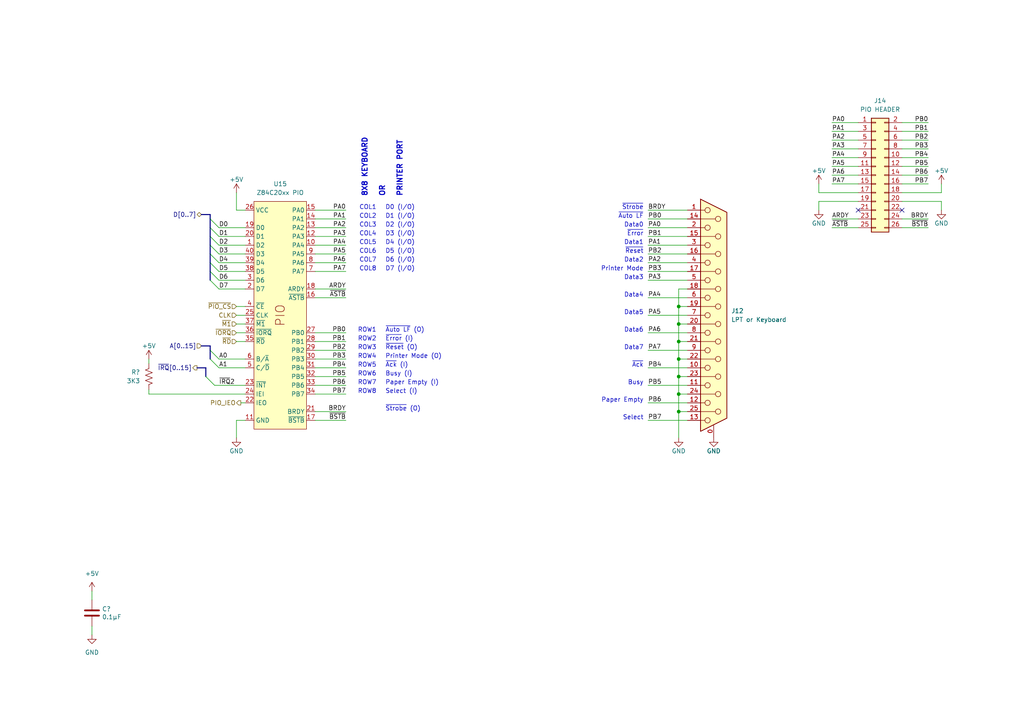
<source format=kicad_sch>
(kicad_sch (version 20230121) (generator eeschema)
  (paper "A4")
  (lib_symbols
    (symbol "+5V_1" (power) (pin_names (offset 0))
      (property "Value" "+5V_1" (at 0 3.556 0))
      (symbol "+5V_1_0_1"
        (polyline (pts (xy -0.762 1.27) (xy 0 2.54)))
        (polyline (pts (xy 0 0) (xy 0 2.54)))
        (polyline (pts (xy 0 2.54) (xy 0.762 1.27)))
      )
      (symbol "+5V_1_1_1"
        (pin power_in line (at 0 0 90) (length 0) hide (name "+5V") (number "1"))
      )
    )
    (symbol "0_Library:Z84C20xx PIO"
      (property "Reference" "U" (at -7.62 1.27 0))
      (property "Value" "Z84C20xx PIO" (at 1.27 1.27 0))
      (symbol "Z84C20xx PIO_0_0"
        (text "PIO" (at 0 -33.02 900) (effects (font (size 2.54 2.54))))
      )
      (symbol "Z84C20xx PIO_0_1"
        (rectangle (start -7.62 0) (end 7.62 -66.04) (stroke (width 0.1524)) (fill (type background)))
      )
      (symbol "Z84C20xx PIO_1_1"
        (pin bidirectional line (at -10.16 -12.7 0) (length 2.54) (name "D2") (number "1"))
        (pin bidirectional line (at 10.16 -12.7 180) (length 2.54) (name "PA4") (number "10"))
        (pin power_in line (at -10.16 -63.5 0) (length 2.54) (name "GND") (number "11"))
        (pin bidirectional line (at 10.16 -10.16 180) (length 2.54) (name "PA3") (number "12"))
        (pin bidirectional line (at 10.16 -7.62 180) (length 2.54) (name "PA2") (number "13"))
        (pin bidirectional line (at 10.16 -5.08 180) (length 2.54) (name "PA1") (number "14"))
        (pin bidirectional line (at 10.16 -2.54 180) (length 2.54) (name "PA0") (number "15"))
        (pin input line (at 10.16 -27.94 180) (length 2.54) (name "~{ASTB}") (number "16"))
        (pin input line (at 10.16 -63.5 180) (length 2.54) (name "~{BSTB}") (number "17"))
        (pin output line (at 10.16 -25.4 180) (length 2.54) (name "ARDY") (number "18"))
        (pin bidirectional line (at -10.16 -7.62 0) (length 2.54) (name "D0") (number "19"))
        (pin bidirectional line (at -10.16 -25.4 0) (length 2.54) (name "D7") (number "2"))
        (pin bidirectional line (at -10.16 -10.16 0) (length 2.54) (name "D1") (number "20"))
        (pin output line (at 10.16 -60.96 180) (length 2.54) (name "BRDY") (number "21"))
        (pin output line (at -10.16 -58.42 0) (length 2.54) (name "IEO") (number "22"))
        (pin open_collector line (at -10.16 -53.34 0) (length 2.54) (name "~{INT}") (number "23"))
        (pin input line (at -10.16 -55.88 0) (length 2.54) (name "IEI") (number "24"))
        (pin input line (at -10.16 -33.02 0) (length 2.54) (name "CLK") (number "25"))
        (pin power_in line (at -10.16 -2.54 0) (length 2.54) (name "VCC") (number "26"))
        (pin bidirectional line (at 10.16 -38.1 180) (length 2.54) (name "PB0") (number "27"))
        (pin bidirectional line (at 10.16 -40.64 180) (length 2.54) (name "PB1") (number "28"))
        (pin bidirectional line (at 10.16 -43.18 180) (length 2.54) (name "PB2") (number "29"))
        (pin bidirectional line (at -10.16 -22.86 0) (length 2.54) (name "D6") (number "3"))
        (pin bidirectional line (at 10.16 -45.72 180) (length 2.54) (name "PB3") (number "30"))
        (pin bidirectional line (at 10.16 -48.26 180) (length 2.54) (name "PB4") (number "31"))
        (pin bidirectional line (at 10.16 -50.8 180) (length 2.54) (name "PB5") (number "32"))
        (pin bidirectional line (at 10.16 -53.34 180) (length 2.54) (name "PB6") (number "33"))
        (pin bidirectional line (at 10.16 -55.88 180) (length 2.54) (name "PB7") (number "34"))
        (pin input line (at -10.16 -40.64 0) (length 2.54) (name "~{RD}") (number "35"))
        (pin input line (at -10.16 -38.1 0) (length 2.54) (name "~{IORQ}") (number "36"))
        (pin input line (at -10.16 -35.56 0) (length 2.54) (name "~{M1}") (number "37"))
        (pin bidirectional line (at -10.16 -20.32 0) (length 2.54) (name "D5") (number "38"))
        (pin bidirectional line (at -10.16 -17.78 0) (length 2.54) (name "D4") (number "39"))
        (pin input line (at -10.16 -30.48 0) (length 2.54) (name "~{CE}") (number "4"))
        (pin bidirectional line (at -10.16 -15.24 0) (length 2.54) (name "D3") (number "40"))
        (pin input line (at -10.16 -48.26 0) (length 2.54) (name "C/~{D}") (number "5"))
        (pin input line (at -10.16 -45.72 0) (length 2.54) (name "B/~{A}") (number "6"))
        (pin bidirectional line (at 10.16 -20.32 180) (length 2.54) (name "PA7") (number "7"))
        (pin bidirectional line (at 10.16 -17.78 180) (length 2.54) (name "PA6") (number "8"))
        (pin bidirectional line (at 10.16 -15.24 180) (length 2.54) (name "PA5") (number "9"))
      )
    )
    (symbol "Connector:DB25_Receptacle_MountingHoles" (pin_names (offset 1.016) hide)
      (property "Reference" "J" (at 0 36.83 0))
      (property "Value" "DB25_Receptacle_MountingHoles" (at 0 34.925 0))
      (symbol "DB25_Receptacle_MountingHoles_0_1"
        (circle (center -1.778 -30.48) (radius 0.762))
        (circle (center -1.778 -25.4) (radius 0.762))
        (circle (center -1.778 -20.32) (radius 0.762))
        (circle (center -1.778 -15.24) (radius 0.762))
        (circle (center -1.778 -10.16) (radius 0.762))
        (circle (center -1.778 -5.08) (radius 0.762))
        (circle (center -1.778 0) (radius 0.762))
        (circle (center -1.778 5.08) (radius 0.762))
        (circle (center -1.778 10.16) (radius 0.762))
        (circle (center -1.778 15.24) (radius 0.762))
        (circle (center -1.778 20.32) (radius 0.762))
        (circle (center -1.778 25.4) (radius 0.762))
        (circle (center -1.778 30.48) (radius 0.762))
        (polyline (pts (xy -3.81 -30.48) (xy -2.54 -30.48)))
        (polyline (pts (xy -3.81 -27.94) (xy 0.508 -27.94)))
        (polyline (pts (xy -3.81 -25.4) (xy -2.54 -25.4)))
        (polyline (pts (xy -3.81 -22.86) (xy 0.508 -22.86)))
        (polyline (pts (xy -3.81 -20.32) (xy -2.54 -20.32)))
        (polyline (pts (xy -3.81 -17.78) (xy 0.508 -17.78)))
        (polyline (pts (xy -3.81 -15.24) (xy -2.54 -15.24)))
        (polyline (pts (xy -3.81 -12.7) (xy 0.508 -12.7)))
        (polyline (pts (xy -3.81 -10.16) (xy -2.54 -10.16)))
        (polyline (pts (xy -3.81 -7.62) (xy 0.508 -7.62)))
        (polyline (pts (xy -3.81 -5.08) (xy -2.54 -5.08)))
        (polyline (pts (xy -3.81 -2.54) (xy 0.508 -2.54)))
        (polyline (pts (xy -3.81 0) (xy -2.54 0)))
        (polyline (pts (xy -3.81 2.54) (xy 0.508 2.54)))
        (polyline (pts (xy -3.81 5.08) (xy -2.54 5.08)))
        (polyline (pts (xy -3.81 7.62) (xy 0.508 7.62)))
        (polyline (pts (xy -3.81 10.16) (xy -2.54 10.16)))
        (polyline (pts (xy -3.81 12.7) (xy 0.508 12.7)))
        (polyline (pts (xy -3.81 15.24) (xy -2.54 15.24)))
        (polyline (pts (xy -3.81 17.78) (xy 0.508 17.78)))
        (polyline (pts (xy -3.81 20.32) (xy -2.54 20.32)))
        (polyline (pts (xy -3.81 22.86) (xy 0.508 22.86)))
        (polyline (pts (xy -3.81 25.4) (xy -2.54 25.4)))
        (polyline (pts (xy -3.81 27.94) (xy 0.508 27.94)))
        (polyline (pts (xy -3.81 30.48) (xy -2.54 30.48)))
        (polyline (pts (xy -3.81 33.655) (xy 3.81 29.845) (xy 3.81 -29.845) (xy -3.81 -33.655) (xy -3.81 33.655)) (stroke (width 0.254)) (fill (type background)))
        (circle (center 1.27 -27.94) (radius 0.762))
        (circle (center 1.27 -22.86) (radius 0.762))
        (circle (center 1.27 -17.78) (radius 0.762))
        (circle (center 1.27 -12.7) (radius 0.762))
        (circle (center 1.27 -7.62) (radius 0.762))
        (circle (center 1.27 -2.54) (radius 0.762))
        (circle (center 1.27 2.54) (radius 0.762))
        (circle (center 1.27 7.62) (radius 0.762))
        (circle (center 1.27 12.7) (radius 0.762))
        (circle (center 1.27 17.78) (radius 0.762))
        (circle (center 1.27 22.86) (radius 0.762))
        (circle (center 1.27 27.94) (radius 0.762))
      )
      (symbol "DB25_Receptacle_MountingHoles_1_1"
        (pin passive line (at 0 -35.56 90) (length 3.81) (name "PAD") (number "0"))
        (pin passive line (at -7.62 30.48 0) (length 3.81) (name "1") (number "1"))
        (pin passive line (at -7.62 -15.24 0) (length 3.81) (name "10") (number "10"))
        (pin passive line (at -7.62 -20.32 0) (length 3.81) (name "11") (number "11"))
        (pin passive line (at -7.62 -25.4 0) (length 3.81) (name "12") (number "12"))
        (pin passive line (at -7.62 -30.48 0) (length 3.81) (name "13") (number "13"))
        (pin passive line (at -7.62 27.94 0) (length 3.81) (name "P14") (number "14"))
        (pin passive line (at -7.62 22.86 0) (length 3.81) (name "P15") (number "15"))
        (pin passive line (at -7.62 17.78 0) (length 3.81) (name "P16") (number "16"))
        (pin passive line (at -7.62 12.7 0) (length 3.81) (name "P17") (number "17"))
        (pin passive line (at -7.62 7.62 0) (length 3.81) (name "P18") (number "18"))
        (pin passive line (at -7.62 2.54 0) (length 3.81) (name "P19") (number "19"))
        (pin passive line (at -7.62 25.4 0) (length 3.81) (name "2") (number "2"))
        (pin passive line (at -7.62 -2.54 0) (length 3.81) (name "P20") (number "20"))
        (pin passive line (at -7.62 -7.62 0) (length 3.81) (name "P21") (number "21"))
        (pin passive line (at -7.62 -12.7 0) (length 3.81) (name "P22") (number "22"))
        (pin passive line (at -7.62 -17.78 0) (length 3.81) (name "P23") (number "23"))
        (pin passive line (at -7.62 -22.86 0) (length 3.81) (name "P24") (number "24"))
        (pin passive line (at -7.62 -27.94 0) (length 3.81) (name "P25") (number "25"))
        (pin passive line (at -7.62 20.32 0) (length 3.81) (name "3") (number "3"))
        (pin passive line (at -7.62 15.24 0) (length 3.81) (name "4") (number "4"))
        (pin passive line (at -7.62 10.16 0) (length 3.81) (name "5") (number "5"))
        (pin passive line (at -7.62 5.08 0) (length 3.81) (name "6") (number "6"))
        (pin passive line (at -7.62 0 0) (length 3.81) (name "7") (number "7"))
        (pin passive line (at -7.62 -5.08 0) (length 3.81) (name "8") (number "8"))
        (pin passive line (at -7.62 -10.16 0) (length 3.81) (name "9") (number "9"))
      )
    )
    (symbol "Connector_Generic:Conn_02x13_Odd_Even" (pin_names (offset 1.016) hide)
      (property "Reference" "J" (at 1.27 17.78 0))
      (property "Value" "Conn_02x13_Odd_Even" (at 1.27 -17.78 0))
      (symbol "Conn_02x13_Odd_Even_1_1"
        (rectangle (start -1.27 -15.113) (end 0 -15.367) (stroke (width 0.1524)))
        (rectangle (start -1.27 -12.573) (end 0 -12.827) (stroke (width 0.1524)))
        (rectangle (start -1.27 -10.033) (end 0 -10.287) (stroke (width 0.1524)))
        (rectangle (start -1.27 -7.493) (end 0 -7.747) (stroke (width 0.1524)))
        (rectangle (start -1.27 -4.953) (end 0 -5.207) (stroke (width 0.1524)))
        (rectangle (start -1.27 -2.413) (end 0 -2.667) (stroke (width 0.1524)))
        (rectangle (start -1.27 0.127) (end 0 -0.127) (stroke (width 0.1524)))
        (rectangle (start -1.27 2.667) (end 0 2.413) (stroke (width 0.1524)))
        (rectangle (start -1.27 5.207) (end 0 4.953) (stroke (width 0.1524)))
        (rectangle (start -1.27 7.747) (end 0 7.493) (stroke (width 0.1524)))
        (rectangle (start -1.27 10.287) (end 0 10.033) (stroke (width 0.1524)))
        (rectangle (start -1.27 12.827) (end 0 12.573) (stroke (width 0.1524)))
        (rectangle (start -1.27 15.367) (end 0 15.113) (stroke (width 0.1524)))
        (rectangle (start -1.27 16.51) (end 3.81 -16.51) (stroke (width 0.254)) (fill (type background)))
        (rectangle (start 3.81 -15.113) (end 2.54 -15.367) (stroke (width 0.1524)))
        (rectangle (start 3.81 -12.573) (end 2.54 -12.827) (stroke (width 0.1524)))
        (rectangle (start 3.81 -10.033) (end 2.54 -10.287) (stroke (width 0.1524)))
        (rectangle (start 3.81 -7.493) (end 2.54 -7.747) (stroke (width 0.1524)))
        (rectangle (start 3.81 -4.953) (end 2.54 -5.207) (stroke (width 0.1524)))
        (rectangle (start 3.81 -2.413) (end 2.54 -2.667) (stroke (width 0.1524)))
        (rectangle (start 3.81 0.127) (end 2.54 -0.127) (stroke (width 0.1524)))
        (rectangle (start 3.81 2.667) (end 2.54 2.413) (stroke (width 0.1524)))
        (rectangle (start 3.81 5.207) (end 2.54 4.953) (stroke (width 0.1524)))
        (rectangle (start 3.81 7.747) (end 2.54 7.493) (stroke (width 0.1524)))
        (rectangle (start 3.81 10.287) (end 2.54 10.033) (stroke (width 0.1524)))
        (rectangle (start 3.81 12.827) (end 2.54 12.573) (stroke (width 0.1524)))
        (rectangle (start 3.81 15.367) (end 2.54 15.113) (stroke (width 0.1524)))
        (pin passive line (at -5.08 15.24 0) (length 3.81) (name "Pin_1") (number "1"))
        (pin passive line (at 7.62 5.08 180) (length 3.81) (name "Pin_10") (number "10"))
        (pin passive line (at -5.08 2.54 0) (length 3.81) (name "Pin_11") (number "11"))
        (pin passive line (at 7.62 2.54 180) (length 3.81) (name "Pin_12") (number "12"))
        (pin passive line (at -5.08 0 0) (length 3.81) (name "Pin_13") (number "13"))
        (pin passive line (at 7.62 0 180) (length 3.81) (name "Pin_14") (number "14"))
        (pin passive line (at -5.08 -2.54 0) (length 3.81) (name "Pin_15") (number "15"))
        (pin passive line (at 7.62 -2.54 180) (length 3.81) (name "Pin_16") (number "16"))
        (pin passive line (at -5.08 -5.08 0) (length 3.81) (name "Pin_17") (number "17"))
        (pin passive line (at 7.62 -5.08 180) (length 3.81) (name "Pin_18") (number "18"))
        (pin passive line (at -5.08 -7.62 0) (length 3.81) (name "Pin_19") (number "19"))
        (pin passive line (at 7.62 15.24 180) (length 3.81) (name "Pin_2") (number "2"))
        (pin passive line (at 7.62 -7.62 180) (length 3.81) (name "Pin_20") (number "20"))
        (pin passive line (at -5.08 -10.16 0) (length 3.81) (name "Pin_21") (number "21"))
        (pin passive line (at 7.62 -10.16 180) (length 3.81) (name "Pin_22") (number "22"))
        (pin passive line (at -5.08 -12.7 0) (length 3.81) (name "Pin_23") (number "23"))
        (pin passive line (at 7.62 -12.7 180) (length 3.81) (name "Pin_24") (number "24"))
        (pin passive line (at -5.08 -15.24 0) (length 3.81) (name "Pin_25") (number "25"))
        (pin passive line (at 7.62 -15.24 180) (length 3.81) (name "Pin_26") (number "26"))
        (pin passive line (at -5.08 12.7 0) (length 3.81) (name "Pin_3") (number "3"))
        (pin passive line (at 7.62 12.7 180) (length 3.81) (name "Pin_4") (number "4"))
        (pin passive line (at -5.08 10.16 0) (length 3.81) (name "Pin_5") (number "5"))
        (pin passive line (at 7.62 10.16 180) (length 3.81) (name "Pin_6") (number "6"))
        (pin passive line (at -5.08 7.62 0) (length 3.81) (name "Pin_7") (number "7"))
        (pin passive line (at 7.62 7.62 180) (length 3.81) (name "Pin_8") (number "8"))
        (pin passive line (at -5.08 5.08 0) (length 3.81) (name "Pin_9") (number "9"))
      )
    )
    (symbol "Device:C" (pin_numbers hide) (pin_names (offset 0.254))
      (property "Reference" "C" (at 0.635 2.54 0))
      (property "Value" "C" (at 0.635 -2.54 0))
      (symbol "C_0_1"
        (polyline (pts (xy -2.032 -0.762) (xy 2.032 -0.762)) (stroke (width 0.508)))
        (polyline (pts (xy -2.032 0.762) (xy 2.032 0.762)) (stroke (width 0.508)))
      )
      (symbol "C_1_1"
        (pin passive line (at 0 3.81 270) (length 2.794) (name "~") (number "1"))
        (pin passive line (at 0 -3.81 90) (length 2.794) (name "~") (number "2"))
      )
    )
    (symbol "Device:R_US" (pin_numbers hide) (pin_names (offset 0))
      (property "Reference" "R" (at 2.54 0 90))
      (property "Value" "R_US" (at -2.54 0 90))
      (symbol "R_US_0_1"
        (polyline (pts (xy 0 -2.286) (xy 0 -2.54)))
        (polyline (pts (xy 0 2.286) (xy 0 2.54)))
        (polyline (pts (xy 0 -0.762) (xy 1.016 -1.143) (xy 0 -1.524) (xy -1.016 -1.905) (xy 0 -2.286)))
        (polyline (pts (xy 0 0.762) (xy 1.016 0.381) (xy 0 0) (xy -1.016 -0.381) (xy 0 -0.762)))
        (polyline (pts (xy 0 2.286) (xy 1.016 1.905) (xy 0 1.524) (xy -1.016 1.143) (xy 0 0.762)))
      )
      (symbol "R_US_1_1"
        (pin passive line (at 0 3.81 270) (length 1.27) (name "~") (number "1"))
        (pin passive line (at 0 -3.81 90) (length 1.27) (name "~") (number "2"))
      )
    )
    (symbol "GND_1" (power) (pin_names (offset 0))
      (property "Value" "GND_1" (at 0 -3.81 0))
      (symbol "GND_1_0_1"
        (polyline (pts (xy 0 0) (xy 0 -1.27) (xy 1.27 -1.27) (xy 0 -2.54) (xy -1.27 -1.27) (xy 0 -1.27)))
      )
      (symbol "GND_1_1_1"
        (pin power_in line (at 0 0 270) (length 0) hide (name "GND") (number "1"))
      )
    )
    (symbol "power:+5V" (power) (pin_names (offset 0))
      (property "Value" "+5V" (at 0 3.556 0))
      (symbol "+5V_0_1"
        (polyline (pts (xy -0.762 1.27) (xy 0 2.54)))
        (polyline (pts (xy 0 0) (xy 0 2.54)))
        (polyline (pts (xy 0 2.54) (xy 0.762 1.27)))
      )
      (symbol "+5V_1_1"
        (pin power_in line (at 0 0 90) (length 0) hide (name "+5V") (number "1"))
      )
    )
    (symbol "power:GND" (power) (pin_names (offset 0))
      (property "Value" "GND" (at 0 -3.81 0))
      (symbol "GND_0_1"
        (polyline (pts (xy 0 0) (xy 0 -1.27) (xy 1.27 -1.27) (xy 0 -2.54) (xy -1.27 -1.27) (xy 0 -1.27)))
      )
      (symbol "GND_1_1"
        (pin power_in line (at 0 0 270) (length 0) hide (name "GND") (number "1"))
      )
    )
  )
  (junction (at 196.85 114.3))
  (junction (at 196.85 119.38))
  (junction (at 196.85 104.14))
  (junction (at 196.85 99.06))
  (junction (at 196.85 93.98))
  (junction (at 196.85 88.9))
  (junction (at 196.85 109.22))
  (no_connect (at 261.62 60.96))
  (no_connect (at 248.92 60.96))
  (bus_entry (at 60.96 81.28) (size 2.54 2.54))
  (bus_entry (at 60.96 66.04) (size 2.54 2.54))
  (bus_entry (at 60.96 73.66) (size 2.54 2.54))
  (bus_entry (at 60.96 76.2) (size 2.54 2.54))
  (bus_entry (at 60.96 68.58) (size 2.54 2.54))
  (bus_entry (at 60.96 104.14) (size 2.54 2.54))
  (bus_entry (at 60.96 71.12) (size 2.54 2.54))
  (bus_entry (at 60.96 63.5) (size 2.54 2.54))
  (bus_entry (at 59.69 109.22) (size 2.54 2.54))
  (bus_entry (at 60.96 101.6) (size 2.54 2.54))
  (bus_entry (at 60.96 78.74) (size 2.54 2.54))
  (wire (pts (xy 187.96 86.36) (xy 199.39 86.36)))
  (wire (pts (xy 196.85 104.14) (xy 196.85 109.22)))
  (wire (pts (xy 241.3 63.5) (xy 248.92 63.5)))
  (wire (pts (xy 196.85 83.82) (xy 199.39 83.82)))
  (wire (pts (xy 248.92 38.1) (xy 241.3 38.1)))
  (wire (pts (xy 91.44 86.36) (xy 100.33 86.36)))
  (bus (pts (xy 60.96 104.14) (xy 60.96 101.6)))
  (wire (pts (xy 248.92 40.64) (xy 241.3 40.64)))
  (wire (pts (xy 91.44 114.3) (xy 100.33 114.3)))
  (wire (pts (xy 248.92 50.8) (xy 241.3 50.8)))
  (wire (pts (xy 63.5 71.12) (xy 71.12 71.12)))
  (wire (pts (xy 196.85 93.98) (xy 196.85 99.06)))
  (wire (pts (xy 26.67 171.45) (xy 26.67 173.99)))
  (wire (pts (xy 261.62 45.72) (xy 269.24 45.72)))
  (bus (pts (xy 60.96 66.04) (xy 60.96 63.5)))
  (wire (pts (xy 196.85 93.98) (xy 199.39 93.98)))
  (wire (pts (xy 68.58 93.98) (xy 71.12 93.98)))
  (wire (pts (xy 196.85 109.22) (xy 196.85 114.3)))
  (wire (pts (xy 187.96 91.44) (xy 199.39 91.44)))
  (wire (pts (xy 261.62 48.26) (xy 269.24 48.26)))
  (wire (pts (xy 91.44 121.92) (xy 100.33 121.92)))
  (wire (pts (xy 196.85 127) (xy 196.85 119.38)))
  (wire (pts (xy 91.44 106.68) (xy 100.33 106.68)))
  (wire (pts (xy 248.92 48.26) (xy 241.3 48.26)))
  (wire (pts (xy 196.85 83.82) (xy 196.85 88.9)))
  (wire (pts (xy 63.5 104.14) (xy 71.12 104.14)))
  (wire (pts (xy 91.44 60.96) (xy 100.33 60.96)))
  (wire (pts (xy 187.96 101.6) (xy 199.39 101.6)))
  (wire (pts (xy 63.5 78.74) (xy 71.12 78.74)))
  (bus (pts (xy 58.42 100.33) (xy 60.96 100.33)))
  (wire (pts (xy 187.96 111.76) (xy 199.39 111.76)))
  (wire (pts (xy 248.92 55.88) (xy 237.49 55.88)))
  (wire (pts (xy 187.96 73.66) (xy 199.39 73.66)))
  (wire (pts (xy 187.96 121.92) (xy 199.39 121.92)))
  (wire (pts (xy 91.44 101.6) (xy 100.33 101.6)))
  (bus (pts (xy 59.69 106.68) (xy 59.69 109.22)))
  (bus (pts (xy 60.96 68.58) (xy 60.96 66.04)))
  (wire (pts (xy 196.85 114.3) (xy 199.39 114.3)))
  (wire (pts (xy 43.18 104.14) (xy 43.18 105.41)))
  (wire (pts (xy 187.96 76.2) (xy 199.39 76.2)))
  (wire (pts (xy 187.96 96.52) (xy 199.39 96.52)))
  (wire (pts (xy 261.62 38.1) (xy 269.24 38.1)))
  (wire (pts (xy 187.96 78.74) (xy 199.39 78.74)))
  (wire (pts (xy 196.85 99.06) (xy 199.39 99.06)))
  (wire (pts (xy 237.49 58.42) (xy 237.49 60.96)))
  (wire (pts (xy 187.96 60.96) (xy 199.39 60.96)))
  (bus (pts (xy 57.15 106.68) (xy 59.69 106.68)))
  (wire (pts (xy 241.3 66.04) (xy 248.92 66.04)))
  (wire (pts (xy 68.58 88.9) (xy 71.12 88.9)))
  (wire (pts (xy 187.96 71.12) (xy 199.39 71.12)))
  (wire (pts (xy 196.85 119.38) (xy 196.85 114.3)))
  (wire (pts (xy 91.44 63.5) (xy 100.33 63.5)))
  (wire (pts (xy 91.44 73.66) (xy 100.33 73.66)))
  (wire (pts (xy 68.58 96.52) (xy 71.12 96.52)))
  (wire (pts (xy 91.44 83.82) (xy 100.33 83.82)))
  (wire (pts (xy 248.92 43.18) (xy 241.3 43.18)))
  (wire (pts (xy 43.18 113.03) (xy 43.18 114.3)))
  (wire (pts (xy 91.44 119.38) (xy 100.33 119.38)))
  (bus (pts (xy 60.96 71.12) (xy 60.96 68.58)))
  (wire (pts (xy 196.85 104.14) (xy 199.39 104.14)))
  (bus (pts (xy 60.96 81.28) (xy 60.96 78.74)))
  (wire (pts (xy 196.85 88.9) (xy 196.85 93.98)))
  (wire (pts (xy 261.62 55.88) (xy 273.05 55.88)))
  (wire (pts (xy 187.96 63.5) (xy 199.39 63.5)))
  (wire (pts (xy 62.23 111.76) (xy 71.12 111.76)))
  (wire (pts (xy 187.96 68.58) (xy 199.39 68.58)))
  (wire (pts (xy 63.5 106.68) (xy 71.12 106.68)))
  (wire (pts (xy 68.58 121.92) (xy 68.58 127)))
  (wire (pts (xy 91.44 76.2) (xy 100.33 76.2)))
  (wire (pts (xy 261.62 43.18) (xy 269.24 43.18)))
  (wire (pts (xy 187.96 66.04) (xy 199.39 66.04)))
  (wire (pts (xy 261.62 58.42) (xy 273.05 58.42)))
  (wire (pts (xy 187.96 81.28) (xy 199.39 81.28)))
  (wire (pts (xy 63.5 68.58) (xy 71.12 68.58)))
  (wire (pts (xy 63.5 73.66) (xy 71.12 73.66)))
  (wire (pts (xy 71.12 121.92) (xy 68.58 121.92)))
  (bus (pts (xy 60.96 101.6) (xy 60.96 100.33)))
  (wire (pts (xy 273.05 58.42) (xy 273.05 60.96)))
  (bus (pts (xy 60.96 63.5) (xy 60.96 62.23)))
  (wire (pts (xy 91.44 68.58) (xy 100.33 68.58)))
  (wire (pts (xy 261.62 40.64) (xy 269.24 40.64)))
  (wire (pts (xy 63.5 83.82) (xy 71.12 83.82)))
  (wire (pts (xy 91.44 111.76) (xy 100.33 111.76)))
  (wire (pts (xy 196.85 99.06) (xy 196.85 104.14)))
  (wire (pts (xy 261.62 35.56) (xy 269.24 35.56)))
  (bus (pts (xy 58.42 62.23) (xy 60.96 62.23)))
  (wire (pts (xy 196.85 109.22) (xy 199.39 109.22)))
  (wire (pts (xy 196.85 119.38) (xy 199.39 119.38)))
  (wire (pts (xy 91.44 71.12) (xy 100.33 71.12)))
  (wire (pts (xy 69.85 116.84) (xy 71.12 116.84)))
  (wire (pts (xy 68.58 91.44) (xy 71.12 91.44)))
  (wire (pts (xy 261.62 53.34) (xy 269.24 53.34)))
  (wire (pts (xy 71.12 60.96) (xy 68.58 60.96)))
  (wire (pts (xy 261.62 50.8) (xy 269.24 50.8)))
  (wire (pts (xy 91.44 104.14) (xy 100.33 104.14)))
  (wire (pts (xy 91.44 78.74) (xy 100.33 78.74)))
  (wire (pts (xy 248.92 45.72) (xy 241.3 45.72)))
  (wire (pts (xy 63.5 81.28) (xy 71.12 81.28)))
  (wire (pts (xy 63.5 66.04) (xy 71.12 66.04)))
  (wire (pts (xy 43.18 114.3) (xy 71.12 114.3)))
  (wire (pts (xy 196.85 88.9) (xy 199.39 88.9)))
  (wire (pts (xy 248.92 53.34) (xy 241.3 53.34)))
  (bus (pts (xy 60.96 78.74) (xy 60.96 76.2)))
  (bus (pts (xy 60.96 73.66) (xy 60.96 71.12)))
  (wire (pts (xy 261.62 63.5) (xy 269.24 63.5)))
  (wire (pts (xy 273.05 53.34) (xy 273.05 55.88)))
  (wire (pts (xy 91.44 99.06) (xy 100.33 99.06)))
  (wire (pts (xy 187.96 116.84) (xy 199.39 116.84)))
  (wire (pts (xy 91.44 109.22) (xy 100.33 109.22)))
  (wire (pts (xy 91.44 66.04) (xy 100.33 66.04)))
  (wire (pts (xy 261.62 66.04) (xy 269.24 66.04)))
  (wire (pts (xy 241.3 35.56) (xy 248.92 35.56)))
  (wire (pts (xy 91.44 96.52) (xy 100.33 96.52)))
  (wire (pts (xy 187.96 106.68) (xy 199.39 106.68)))
  (bus (pts (xy 60.96 76.2) (xy 60.96 73.66)))
  (wire (pts (xy 68.58 99.06) (xy 71.12 99.06)))
  (wire (pts (xy 63.5 76.2) (xy 71.12 76.2)))
  (wire (pts (xy 26.67 181.61) (xy 26.67 184.15)))
  (wire (pts (xy 68.58 55.88) (xy 68.58 60.96)))
  (wire (pts (xy 237.49 53.34) (xy 237.49 55.88)))
  (wire (pts (xy 248.92 58.42) (xy 237.49 58.42)))
  (text "Paper Empty (I)" (at 111.76 111.76 0) (effects (font (size 1.27 1.27)) (justify left bottom)))
  (text "COL1" (at 109.22 60.96 0) (effects (font (size 1.27 1.27)) (justify right bottom)))
  (text "~{Error} (I)" (at 111.76 99.06 0) (effects (font (size 1.27 1.27)) (justify left bottom)))
  (text "ROW8" (at 109.22 114.3 0) (effects (font (size 1.27 1.27)) (justify right bottom)))
  (text "~{Reset}" (at 186.69 73.66 0) (effects (font (size 1.27 1.27)) (justify right bottom)))
  (text "~{Auto LF}" (at 186.69 63.5 0) (effects (font (size 1.27 1.27)) (justify right bottom)))
  (text "ROW4" (at 109.22 104.14 0) (effects (font (size 1.27 1.27)) (justify right bottom)))
  (text "COL6" (at 109.22 73.66 0) (effects (font (size 1.27 1.27)) (justify right bottom)))
  (text "Select" (at 186.69 121.92 0) (effects (font (size 1.27 1.27)) (justify right bottom)))
  (text "COL7" (at 109.22 76.2 0) (effects (font (size 1.27 1.27)) (justify right bottom)))
  (text "Data1" (at 186.69 71.12 0) (effects (font (size 1.27 1.27)) (justify right bottom)))
  (text "COL8" (at 109.22 78.74 0) (effects (font (size 1.27 1.27)) (justify right bottom)))
  (text "ROW5" (at 109.22 106.68 0) (effects (font (size 1.27 1.27)) (justify right bottom)))
  (text "ROW7" (at 109.22 111.76 0) (effects (font (size 1.27 1.27)) (justify right bottom)))
  (text "Data5" (at 186.69 91.44 0) (effects (font (size 1.27 1.27)) (justify right bottom)))
  (text "~{Ack} (I)" (at 111.76 106.68 0) (effects (font (size 1.27 1.27)) (justify left bottom)))
  (text "D7 (I/O)" (at 111.76 78.74 0) (effects (font (size 1.27 1.27)) (justify left bottom)))
  (text "ROW1" (at 109.22 96.52 0) (effects (font (size 1.27 1.27)) (justify right bottom)))
  (text "Data4" (at 186.69 86.36 0) (effects (font (size 1.27 1.27)) (justify right bottom)))
  (text "~{Ack}" (at 186.69 106.68 0) (effects (font (size 1.27 1.27)) (justify right bottom)))
  (text "~{Strobe} (O)" (at 111.76 119.38 0) (effects (font (size 1.27 1.27)) (justify left bottom)))
  (text "D4 (I/O)" (at 111.76 71.12 0) (effects (font (size 1.27 1.27)) (justify left bottom)))
  (text "Printer Mode (O)" (at 111.76 104.14 0) (effects (font (size 1.27 1.27)) (justify left bottom)))
  (text "Data2" (at 186.69 76.2 0) (effects (font (size 1.27 1.27)) (justify right bottom)))
  (text "COL5" (at 109.22 71.12 0) (effects (font (size 1.27 1.27)) (justify right bottom)))
  (text "Data7" (at 186.69 101.6 0) (effects (font (size 1.27 1.27)) (justify right bottom)))
  (text "Paper Empty" (at 186.69 116.84 0) (effects (font (size 1.27 1.27)) (justify right bottom)))
  (text "Data3" (at 186.69 81.28 0) (effects (font (size 1.27 1.27)) (justify right bottom)))
  (text "OR" (at 111.76 57.15 90) (effects (font (size 1.5 1.5) (thickness 0.3) bold) (justify left bottom)))
  (text "D3 (I/O)" (at 111.76 68.58 0) (effects (font (size 1.27 1.27)) (justify left bottom)))
  (text "D5 (I/O)" (at 111.76 73.66 0) (effects (font (size 1.27 1.27)) (justify left bottom)))
  (text "Data0" (at 186.69 66.04 0) (effects (font (size 1.27 1.27)) (justify right bottom)))
  (text "ROW6" (at 109.22 109.22 0) (effects (font (size 1.27 1.27)) (justify right bottom)))
  (text "COL4" (at 109.22 68.58 0) (effects (font (size 1.27 1.27)) (justify right bottom)))
  (text "COL2" (at 109.22 63.5 0) (effects (font (size 1.27 1.27)) (justify right bottom)))
  (text "COL3" (at 109.22 66.04 0) (effects (font (size 1.27 1.27)) (justify right bottom)))
  (text "Printer Mode" (at 186.69 78.74 0) (effects (font (size 1.27 1.27)) (justify right bottom)))
  (text "D2 (I/O)" (at 111.76 66.04 0) (effects (font (size 1.27 1.27)) (justify left bottom)))
  (text "~{Auto LF} (O)" (at 111.76 96.52 0) (effects (font (size 1.27 1.27)) (justify left bottom)))
  (text "Busy" (at 186.69 111.76 0) (effects (font (size 1.27 1.27)) (justify right bottom)))
  (text "D6 (I/O)" (at 111.76 76.2 0) (effects (font (size 1.27 1.27)) (justify left bottom)))
  (text "ROW2" (at 109.22 99.06 0) (effects (font (size 1.27 1.27)) (justify right bottom)))
  (text "Busy (I)" (at 111.76 109.22 0) (effects (font (size 1.27 1.27)) (justify left bottom)))
  (text "PRINTER PORT" (at 116.84 57.15 90) (effects (font (size 1.5 1.5) (thickness 0.3) bold) (justify left bottom)))
  (text "D1 (I/O)" (at 111.76 63.5 0) (effects (font (size 1.27 1.27)) (justify left bottom)))
  (text "~{Strobe}" (at 186.69 60.96 0) (effects (font (size 1.27 1.27)) (justify right bottom)))
  (text "8X8 KEYBOARD" (at 106.68 57.15 90) (effects (font (size 1.5 1.5) (thickness 0.3) bold) (justify left bottom)))
  (text "D0 (I/O)" (at 111.76 60.96 0) (effects (font (size 1.27 1.27)) (justify left bottom)))
  (text "ROW3" (at 109.22 101.6 0) (effects (font (size 1.27 1.27)) (justify right bottom)))
  (text "Select (I)" (at 111.76 114.3 0) (effects (font (size 1.27 1.27)) (justify left bottom)))
  (text "~{Error}" (at 186.69 68.58 0) (effects (font (size 1.27 1.27)) (justify right bottom)))
  (text "Data6" (at 186.69 96.52 0) (effects (font (size 1.27 1.27)) (justify right bottom)))
  (text "~{Reset} (O)" (at 111.76 101.6 0) (effects (font (size 1.27 1.27)) (justify left bottom)))
  (label "PB0" (at 100.33 96.52 180))
  (label "PB3" (at 100.33 104.14 180))
  (label "ARDY" (at 100.33 83.82 180))
  (label "~{ASTB}" (at 241.3 66.04 0))
  (label "PA4" (at 187.96 86.36 0))
  (label "PA7" (at 187.96 101.6 0))
  (label "PB1" (at 187.96 68.58 0))
  (label "PB2" (at 187.96 73.66 0))
  (label "D5" (at 63.5 78.74 0))
  (label "PA3" (at 241.3 43.18 0))
  (label "PA6" (at 187.96 96.52 0))
  (label "PA1" (at 241.3 38.1 0))
  (label "BRDY" (at 269.24 63.5 180))
  (label "PB2" (at 269.24 40.64 180))
  (label "D2" (at 63.5 71.12 0))
  (label "PB4" (at 269.24 45.72 180))
  (label "PB4" (at 187.96 106.68 0))
  (label "PA2" (at 241.3 40.64 0))
  (label "BRDY" (at 187.96 60.96 0))
  (label "BRDY" (at 100.33 119.38 180))
  (label "PB7" (at 269.24 53.34 180))
  (label "ARDY" (at 241.3 63.5 0))
  (label "~{ASTB}" (at 100.33 86.36 180))
  (label "PB1" (at 269.24 38.1 180))
  (label "PA7" (at 241.3 53.34 0))
  (label "~{BSTB}" (at 269.24 66.04 180))
  (label "PB6" (at 187.96 116.84 0))
  (label "PB5" (at 100.33 109.22 180))
  (label "~{IRQ}2" (at 63.5 111.76 0))
  (label "PB5" (at 269.24 48.26 180))
  (label "PB3" (at 187.96 78.74 0))
  (label "PA6" (at 241.3 50.8 0))
  (label "PA0" (at 241.3 35.56 0))
  (label "PB7" (at 187.96 121.92 0))
  (label "PA6" (at 100.33 76.2 180))
  (label "PB6" (at 269.24 50.8 180))
  (label "PB4" (at 100.33 106.68 180))
  (label "PB0" (at 269.24 35.56 180))
  (label "PA5" (at 241.3 48.26 0))
  (label "PB2" (at 100.33 101.6 180))
  (label "PA1" (at 187.96 71.12 0))
  (label "PB6" (at 100.33 111.76 180))
  (label "PB5" (at 187.96 111.76 0))
  (label "PA2" (at 100.33 66.04 180))
  (label "D0" (at 63.5 66.04 0))
  (label "D3" (at 63.5 73.66 0))
  (label "PA4" (at 241.3 45.72 0))
  (label "D6" (at 63.5 81.28 0))
  (label "PA3" (at 187.96 81.28 0))
  (label "PA7" (at 100.33 78.74 180))
  (label "PA5" (at 100.33 73.66 180))
  (label "A0" (at 63.5 104.14 0))
  (label "PA0" (at 100.33 60.96 180))
  (label "PA1" (at 100.33 63.5 180))
  (label "~{BSTB}" (at 100.33 121.92 180))
  (label "PB7" (at 100.33 114.3 180))
  (label "PA0" (at 187.96 66.04 0))
  (label "PA4" (at 100.33 71.12 180))
  (label "PA5" (at 187.96 91.44 0))
  (label "PA2" (at 187.96 76.2 0))
  (label "PB3" (at 269.24 43.18 180))
  (label "D4" (at 63.5 76.2 0))
  (label "A1" (at 63.5 106.68 0))
  (label "PB0" (at 187.96 63.5 0))
  (label "PB1" (at 100.33 99.06 180))
  (label "D1" (at 63.5 68.58 0))
  (label "D7" (at 63.5 83.82 0))
  (label "PA3" (at 100.33 68.58 180))
  (hierarchical_label "D[0..7]" (shape bidirectional) (at 58.42 62.23 180))
  (hierarchical_label "~{PIO_CS}" (shape input) (at 68.58 88.9 180))
  (hierarchical_label "~{M1}" (shape input) (at 68.58 93.98 180))
  (hierarchical_label "~{RD}" (shape input) (at 68.58 99.06 180))
  (hierarchical_label "~{IORQ}" (shape input) (at 68.58 96.52 180))
  (hierarchical_label "PIO_IEO" (shape output) (at 69.85 116.84 180))
  (hierarchical_label "~{IRQ}[0..15]" (shape output) (at 57.15 106.68 180))
  (hierarchical_label "CLK" (shape input) (at 68.58 91.44 180))
  (hierarchical_label "A[0..15]" (shape input) (at 58.42 100.33 180))
  (symbol (lib_id "0_Library:Z84C20xx PIO") (at 81.28 58.42 0) (unit 1)
    (property "Reference" "U15" (at 81.28 53.34 0))
    (property "Value" "Z84C20xx PIO" (at 81.28 55.88 0))
    (property "Footprint" "Package_DIP:DIP-40_W15.24mm_Socket" (effects hide))
    (property "Datasheet" "https://www.mouser.ca/datasheet/2/240/zilgs00978_1-2584731.pdf" (effects hide))
  )
  (symbol (lib_id "power:GND") (at 273.05 60.96 0) (unit 1)
    (property "Reference" "#PWR025" (effects hide))
    (property "Value" "GND" (at 273.05 64.77 0))
  )
  (symbol (lib_id "power:GND") (at 237.49 60.96 0) (unit 1)
    (property "Reference" "#PWR066" (effects hide))
    (property "Value" "GND" (at 237.49 64.77 0))
  )
  (symbol (lib_id "power:GND") (at 207.01 127 0) (unit 1)
    (property "Reference" "#PWR069" (effects hide))
    (property "Value" "GND" (at 207.01 130.81 0))
  )
  (symbol (lib_id "Connector:DB25_Receptacle_MountingHoles") (at 207.01 91.44 0) (unit 1)
    (property "Reference" "J12" (at 212.09 90.17 0) (effects (justify left)))
    (property "Value" "LPT or Keyboard" (at 212.09 92.71 0) (effects (justify left)))
    (property "Footprint" "Connector_Dsub:DSUB-25_Female_Horizontal_P2.77x2.84mm_EdgePinOffset7.70mm_Housed_MountingHolesOffset9.12mm" (effects hide))
    (property "Datasheet" " ~" (effects hide))
  )
  (symbol (lib_id "Device:R_US") (at 43.18 109.22 0) (mirror y) (unit 1)
    (property "Reference" "R?" (at 40.64 107.9499 0) (effects (justify left)))
    (property "Value" "3K3" (at 40.64 110.4899 0) (effects (justify left)))
    (property "Footprint" "Resistor_THT:R_Axial_DIN0207_L6.3mm_D2.5mm_P10.16mm_Horizontal" (effects hide))
  )
  (symbol (lib_id "power:+5V") (at 68.58 55.88 0) (mirror y) (unit 1)
    (property "Reference" "#PWR065" (effects hide))
    (property "Value" "+5V" (at 68.58 52.07 0))
  )
  (symbol (lib_id "Connector_Generic:Conn_02x13_Odd_Even") (at 254 50.8 0) (unit 1)
    (property "Reference" "J14" (at 255.27 29.21 0))
    (property "Value" "PIO HEADER" (at 255.27 31.75 0))
  )
  (symbol (lib_id "power:GND") (at 196.85 127 0) (unit 1)
    (property "Reference" "#PWR068" (effects hide))
    (property "Value" "GND" (at 196.85 130.81 0))
  )
  (symbol (lib_id "power:+5V") (at 273.05 53.34 0) (mirror y) (unit 1)
    (property "Reference" "#PWR071" (effects hide))
    (property "Value" "+5V" (at 273.05 49.53 0))
  )
  (symbol (lib_name "+5V_1") (lib_id "power:+5V") (at 43.18 104.14 0) (unit 1)
    (property "Reference" "#PWR?" (effects hide))
    (property "Value" "+5V" (at 43.18 100.33 0))
  )
  (symbol (lib_id "power:+5V") (at 237.49 53.34 0) (mirror y) (unit 1)
    (property "Reference" "#PWR070" (effects hide))
    (property "Value" "+5V" (at 237.49 49.53 0))
  )
  (symbol (lib_id "Device:C") (at 26.67 177.8 0) (unit 1)
    (property "Reference" "C?" (at 29.591 176.6316 0) (effects (justify left)))
    (property "Value" "0.1µF" (at 29.591 178.943 0) (effects (justify left)))
    (property "Footprint" "Capacitor_THT:C_Disc_D3.0mm_W1.6mm_P2.50mm" (effects hide))
  )
  (symbol (lib_name "+5V_1") (lib_id "power:+5V") (at 26.67 171.45 0) (unit 1)
    (property "Reference" "#PWR?" (effects hide))
    (property "Value" "+5V" (at 26.67 166.37 0))
  )
  (symbol (lib_id "power:GND") (at 68.58 127 0) (unit 1)
    (property "Reference" "#PWR067" (effects hide))
    (property "Value" "GND" (at 68.58 130.81 0))
  )
  (symbol (lib_name "GND_1") (lib_id "power:GND") (at 26.67 184.15 0) (unit 1)
    (property "Reference" "#PWR?" (effects hide))
    (property "Value" "GND" (at 26.67 189.23 0))
  )
)
</source>
